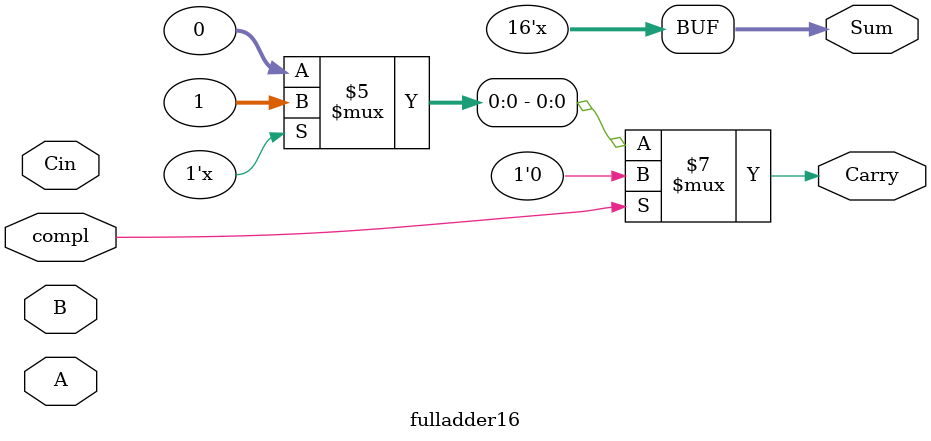
<source format=v>
module fulladder16 (A, B,compl, Cin, Carry, Sum);
	input [15:0] A, B; 
	input compl,Cin;
	output reg Carry;	
	output reg[15:0] Sum;
	reg [16:0]adder_result;
	always@(*) begin
		adder_result<= A + B + Cin;
		Sum<=adder_result[15:0];
		if(compl==16'b1)
		begin
		Carry<=0;
		end
		else
		begin
		Carry<=adder_result[16] ? 1 : 0;
		end
		//Sum<=A^ B^ Cin;
		//Carry<=(A & B ) |(B & Cin) |(A & Cin);
	end 
endmodule

</source>
